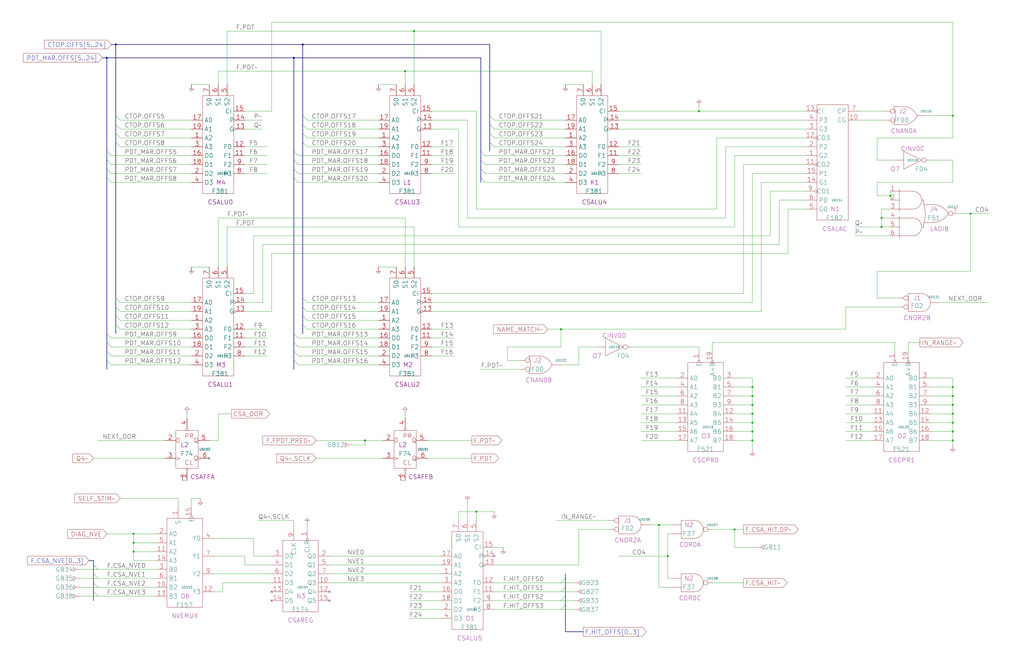
<source format=kicad_sch>
(kicad_sch (version 20250114) (generator "eeschema") (generator_version "9.0")
  (paper "User" 584.2 378.46)
  (title_block (title "CSA OFFSET COMPARE") (date "20-MAR-90") (rev "1.0") (comment 1 "FIU") (comment 2 "232-003065") (comment 3 "S400") (comment 4 "RELEASED"))
  (junction (at 271.78 292.1))
  (junction (at 236.22 17.78))
  (junction (at 553.72 121.92))
  (junction (at 543.56 220.98))
  (junction (at 76.2 314.96))
  (junction (at 543.56 251.46))
  (junction (at 429.26 226.06))
  (junction (at 429.26 231.14))
  (junction (at 502.92 129.54))
  (junction (at 543.56 226.06))
  (junction (at 429.26 241.3))
  (junction (at 419.1 302.26))
  (junction (at 429.26 220.98))
  (junction (at 543.56 231.14))
  (junction (at 381 317.5))
  (junction (at 508 111.76))
  (junction (at 502.92 124.46))
  (junction (at 172.72 25.4))
  (junction (at 429.26 246.38))
  (junction (at 543.56 241.3))
  (junction (at 543.56 236.22))
  (junction (at 320.04 187.96))
  (junction (at 375.92 299.72))
  (junction (at 543.56 246.38))
  (junction (at 398.78 63.5))
  (junction (at 429.26 236.22))
  (junction (at 208.28 251.46))
  (junction (at 167.64 33.02))
  (junction (at 231.14 40.64))
  (junction (at 76.2 304.8))
  (junction (at 76.2 309.88))
  (junction (at 66.04 25.4))
  (junction (at 60.96 33.02))
  (junction (at 543.56 66.04))
  (junction (at 429.26 251.46))
  (no_connect (at 187.96 337.82))
  (no_connect (at 281.94 317.5))
  (no_connect (at 154.94 342.9))
  (no_connect (at 154.94 337.82))
  (no_connect (at 119.38 261.62))
  (no_connect (at 187.96 342.9))
  (bus_entry (at 60.96 190.5) (size 2.54 2.54))
  (bus_entry (at 172.72 185.42) (size 2.54 2.54))
  (bus_entry (at 60.96 86.36) (size 2.54 2.54))
  (bus_entry (at 172.72 175.26) (size 2.54 2.54))
  (bus_entry (at 172.72 81.28) (size 2.54 2.54))
  (bus_entry (at 66.04 71.12) (size 2.54 2.54))
  (bus_entry (at 274.32 91.44) (size 2.54 2.54))
  (bus_entry (at 274.32 96.52) (size 2.54 2.54))
  (bus_entry (at 167.64 205.74) (size 2.54 2.54))
  (bus_entry (at 322.58 340.36) (size -2.54 2.54))
  (bus_entry (at 167.64 190.5) (size 2.54 2.54))
  (bus_entry (at 274.32 86.36) (size 2.54 2.54))
  (bus_entry (at 167.64 101.6) (size 2.54 2.54))
  (bus_entry (at 322.58 335.28) (size -2.54 2.54))
  (bus_entry (at 172.72 71.12) (size 2.54 2.54))
  (bus_entry (at 60.96 200.66) (size 2.54 2.54))
  (bus_entry (at 167.64 195.58) (size 2.54 2.54))
  (bus_entry (at 60.96 195.58) (size 2.54 2.54))
  (bus_entry (at 66.04 66.04) (size 2.54 2.54))
  (bus_entry (at 53.34 322.58) (size 2.54 2.54))
  (bus_entry (at 172.72 170.18) (size 2.54 2.54))
  (bus_entry (at 66.04 81.28) (size 2.54 2.54))
  (bus_entry (at 172.72 180.34) (size 2.54 2.54))
  (bus_entry (at 167.64 91.44) (size 2.54 2.54))
  (bus_entry (at 167.64 86.36) (size 2.54 2.54))
  (bus_entry (at 66.04 76.2) (size 2.54 2.54))
  (bus_entry (at 167.64 200.66) (size 2.54 2.54))
  (bus_entry (at 167.64 96.52) (size 2.54 2.54))
  (bus_entry (at 53.34 337.82) (size 2.54 2.54))
  (bus_entry (at 172.72 66.04) (size 2.54 2.54))
  (bus_entry (at 322.58 345.44) (size -2.54 2.54))
  (bus_entry (at 66.04 175.26) (size 2.54 2.54))
  (bus_entry (at 60.96 101.6) (size 2.54 2.54))
  (bus_entry (at 66.04 170.18) (size 2.54 2.54))
  (bus_entry (at 279.4 76.2) (size 2.54 2.54))
  (bus_entry (at 53.34 332.74) (size 2.54 2.54))
  (bus_entry (at 66.04 180.34) (size 2.54 2.54))
  (bus_entry (at 172.72 76.2) (size 2.54 2.54))
  (bus_entry (at 279.4 71.12) (size 2.54 2.54))
  (bus_entry (at 274.32 101.6) (size 2.54 2.54))
  (bus_entry (at 279.4 81.28) (size 2.54 2.54))
  (bus_entry (at 279.4 66.04) (size 2.54 2.54))
  (bus_entry (at 60.96 91.44) (size 2.54 2.54))
  (bus_entry (at 53.34 327.66) (size 2.54 2.54))
  (bus_entry (at 60.96 96.52) (size 2.54 2.54))
  (bus_entry (at 66.04 185.42) (size 2.54 2.54))
  (bus_entry (at 60.96 205.74) (size 2.54 2.54))
  (bus_entry (at 322.58 330.2) (size -2.54 2.54))
  (wire (pts (xy 119.38 251.46) (xy 124.46 251.46)))
  (wire (pts (xy 365.76 226.06) (xy 386.08 226.06)))
  (wire (pts (xy 281.94 78.74) (xy 322.58 78.74)))
  (wire (pts (xy 246.38 193.04) (xy 259.08 193.04)))
  (wire (pts (xy 139.7 83.82) (xy 152.4 83.82)))
  (bus (pts (xy 66.04 81.28) (xy 66.04 170.18)))
  (wire (pts (xy 502.92 124.46) (xy 502.92 129.54)))
  (wire (pts (xy 45.72 330.2) (xy 55.88 330.2)))
  (wire (pts (xy 322.58 48.26) (xy 332.74 48.26)))
  (bus (pts (xy 167.64 200.66) (xy 167.64 205.74)))
  (wire (pts (xy 502.92 124.46) (xy 508 124.46)))
  (bus (pts (xy 322.58 327.66) (xy 322.58 330.2)))
  (wire (pts (xy 274.32 210.82) (xy 297.18 210.82)))
  (wire (pts (xy 406.4 302.26) (xy 419.1 302.26)))
  (wire (pts (xy 63.5 193.04) (xy 109.22 193.04)))
  (wire (pts (xy 419.1 215.9) (xy 429.26 215.9)))
  (wire (pts (xy 180.34 261.62) (xy 218.44 261.62)))
  (wire (pts (xy 353.06 88.9) (xy 365.76 88.9)))
  (wire (pts (xy 124.46 236.22) (xy 132.08 236.22)))
  (wire (pts (xy 530.86 231.14) (xy 543.56 231.14)))
  (wire (pts (xy 502.92 119.38) (xy 502.92 124.46)))
  (wire (pts (xy 154.94 144.78) (xy 154.94 177.8)))
  (bus (pts (xy 53.34 320.04) (xy 53.34 322.58)))
  (wire (pts (xy 76.2 314.96) (xy 88.9 314.96)))
  (wire (pts (xy 508 119.38) (xy 502.92 119.38)))
  (wire (pts (xy 266.7 68.58) (xy 246.38 68.58)))
  (wire (pts (xy 104.14 274.32) (xy 106.68 274.32)))
  (wire (pts (xy 381 330.2) (xy 381 317.5)))
  (wire (pts (xy 243.84 261.62) (xy 269.24 261.62)))
  (wire (pts (xy 320.04 347.98) (xy 327.66 347.98)))
  (wire (pts (xy 353.06 68.58) (xy 459.74 68.58)))
  (wire (pts (xy 320.04 208.28) (xy 330.2 208.28)))
  (wire (pts (xy 419.1 246.38) (xy 429.26 246.38)))
  (wire (pts (xy 246.38 198.12) (xy 259.08 198.12)))
  (wire (pts (xy 154.94 63.5) (xy 154.94 12.7)))
  (wire (pts (xy 353.06 99.06) (xy 365.76 99.06)))
  (wire (pts (xy 543.56 104.14) (xy 500.38 104.14)))
  (wire (pts (xy 68.58 284.48) (xy 101.6 284.48)))
  (wire (pts (xy 419.1 251.46) (xy 429.26 251.46)))
  (wire (pts (xy 419.1 302.26) (xy 424.18 302.26)))
  (bus (pts (xy 53.34 332.74) (xy 53.34 337.82)))
  (wire (pts (xy 63.5 99.06) (xy 109.22 99.06)))
  (wire (pts (xy 535.94 172.72) (xy 563.88 172.72)))
  (wire (pts (xy 139.7 99.06) (xy 152.4 99.06)))
  (wire (pts (xy 233.68 347.98) (xy 251.46 347.98)))
  (wire (pts (xy 419.1 231.14) (xy 429.26 231.14)))
  (wire (pts (xy 246.38 187.96) (xy 259.08 187.96)))
  (bus (pts (xy 172.72 185.42) (xy 172.72 190.5)))
  (wire (pts (xy 419.1 88.9) (xy 419.1 129.54)))
  (wire (pts (xy 398.78 60.96) (xy 398.78 63.5)))
  (wire (pts (xy 375.92 299.72) (xy 383.54 299.72)))
  (wire (pts (xy 63.5 208.28) (xy 109.22 208.28)))
  (wire (pts (xy 231.14 40.64) (xy 124.46 40.64)))
  (wire (pts (xy 231.14 124.46) (xy 124.46 124.46)))
  (wire (pts (xy 170.18 193.04) (xy 215.9 193.04)))
  (wire (pts (xy 459.74 93.98) (xy 424.18 93.98)))
  (wire (pts (xy 175.26 73.66) (xy 215.9 73.66)))
  (wire (pts (xy 139.7 187.96) (xy 152.4 187.96)))
  (wire (pts (xy 68.58 177.8) (xy 109.22 177.8)))
  (bus (pts (xy 167.64 96.52) (xy 167.64 101.6)))
  (wire (pts (xy 419.1 226.06) (xy 429.26 226.06)))
  (wire (pts (xy 147.32 297.18) (xy 167.64 297.18)))
  (bus (pts (xy 167.64 33.02) (xy 60.96 33.02)))
  (wire (pts (xy 500.38 78.74) (xy 543.56 78.74)))
  (wire (pts (xy 139.7 93.98) (xy 152.4 93.98)))
  (wire (pts (xy 444.5 139.7) (xy 149.86 139.7)))
  (wire (pts (xy 500.38 104.14) (xy 500.38 111.76)))
  (wire (pts (xy 149.86 172.72) (xy 139.7 172.72)))
  (wire (pts (xy 459.74 104.14) (xy 434.34 104.14)))
  (wire (pts (xy 449.58 119.38) (xy 449.58 144.78)))
  (wire (pts (xy 276.86 93.98) (xy 322.58 93.98)))
  (wire (pts (xy 487.68 134.62) (xy 508 134.62)))
  (wire (pts (xy 353.06 317.5) (xy 381 317.5)))
  (wire (pts (xy 63.5 88.9) (xy 109.22 88.9)))
  (wire (pts (xy 175.26 182.88) (xy 215.9 182.88)))
  (wire (pts (xy 139.7 68.58) (xy 149.86 68.58)))
  (wire (pts (xy 513.08 170.18) (xy 500.38 170.18)))
  (wire (pts (xy 175.26 187.96) (xy 215.9 187.96)))
  (wire (pts (xy 144.78 317.5) (xy 144.78 307.34)))
  (wire (pts (xy 281.94 347.98) (xy 320.04 347.98)))
  (wire (pts (xy 365.76 231.14) (xy 386.08 231.14)))
  (wire (pts (xy 487.68 129.54) (xy 502.92 129.54)))
  (bus (pts (xy 172.72 81.28) (xy 172.72 170.18)))
  (wire (pts (xy 200.66 254) (xy 208.28 254)))
  (wire (pts (xy 459.74 78.74) (xy 408.94 78.74)))
  (bus (pts (xy 66.04 170.18) (xy 66.04 175.26)))
  (wire (pts (xy 187.96 317.5) (xy 251.46 317.5)))
  (bus (pts (xy 63.5 25.4) (xy 66.04 25.4)))
  (wire (pts (xy 233.68 353.06) (xy 251.46 353.06)))
  (wire (pts (xy 68.58 68.58) (xy 109.22 68.58)))
  (wire (pts (xy 139.7 193.04) (xy 152.4 193.04)))
  (wire (pts (xy 439.42 134.62) (xy 144.78 134.62)))
  (wire (pts (xy 370.84 299.72) (xy 375.92 299.72)))
  (wire (pts (xy 419.1 129.54) (xy 261.62 129.54)))
  (wire (pts (xy 434.34 104.14) (xy 434.34 177.8)))
  (wire (pts (xy 320.04 332.74) (xy 327.66 332.74)))
  (wire (pts (xy 429.26 241.3) (xy 429.26 246.38)))
  (wire (pts (xy 139.7 73.66) (xy 149.86 73.66)))
  (bus (pts (xy 167.64 91.44) (xy 167.64 96.52)))
  (bus (pts (xy 172.72 25.4) (xy 66.04 25.4)))
  (wire (pts (xy 231.14 152.4) (xy 231.14 124.46)))
  (wire (pts (xy 414.02 83.82) (xy 414.02 124.46)))
  (wire (pts (xy 276.86 88.9) (xy 322.58 88.9)))
  (wire (pts (xy 360.68 198.12) (xy 398.78 198.12)))
  (wire (pts (xy 233.68 337.82) (xy 251.46 337.82)))
  (wire (pts (xy 482.6 226.06) (xy 497.84 226.06)))
  (wire (pts (xy 215.9 48.26) (xy 226.06 48.26)))
  (wire (pts (xy 317.5 297.18) (xy 347.98 297.18)))
  (wire (pts (xy 170.18 88.9) (xy 215.9 88.9)))
  (wire (pts (xy 459.74 114.3) (xy 444.5 114.3)))
  (wire (pts (xy 45.72 335.28) (xy 55.88 335.28)))
  (bus (pts (xy 53.34 322.58) (xy 53.34 327.66)))
  (wire (pts (xy 76.2 304.8) (xy 88.9 304.8)))
  (wire (pts (xy 236.22 17.78) (xy 236.22 48.26)))
  (wire (pts (xy 543.56 12.7) (xy 543.56 66.04)))
  (bus (pts (xy 58.42 33.02) (xy 60.96 33.02)))
  (wire (pts (xy 144.78 167.64) (xy 139.7 167.64)))
  (bus (pts (xy 274.32 91.44) (xy 274.32 96.52)))
  (bus (pts (xy 60.96 96.52) (xy 60.96 101.6)))
  (wire (pts (xy 543.56 231.14) (xy 543.56 236.22)))
  (bus (pts (xy 60.96 195.58) (xy 60.96 200.66)))
  (wire (pts (xy 154.94 332.74) (xy 127 332.74)))
  (wire (pts (xy 330.2 198.12) (xy 330.2 208.28)))
  (wire (pts (xy 340.36 198.12) (xy 330.2 198.12)))
  (wire (pts (xy 500.38 111.76) (xy 508 111.76)))
  (wire (pts (xy 508 111.76) (xy 508 114.3)))
  (bus (pts (xy 60.96 91.44) (xy 60.96 96.52)))
  (wire (pts (xy 419.1 312.42) (xy 419.1 302.26)))
  (bus (pts (xy 274.32 86.36) (xy 274.32 91.44)))
  (wire (pts (xy 76.2 314.96) (xy 76.2 309.88)))
  (wire (pts (xy 187.96 327.66) (xy 251.46 327.66)))
  (wire (pts (xy 459.74 119.38) (xy 449.58 119.38)))
  (wire (pts (xy 528.32 66.04) (xy 543.56 66.04)))
  (wire (pts (xy 353.06 83.82) (xy 365.76 83.82)))
  (wire (pts (xy 429.26 99.06) (xy 429.26 172.72)))
  (wire (pts (xy 271.78 63.5) (xy 246.38 63.5)))
  (bus (pts (xy 60.96 205.74) (xy 60.96 210.82)))
  (wire (pts (xy 353.06 73.66) (xy 459.74 73.66)))
  (wire (pts (xy 68.58 172.72) (xy 109.22 172.72)))
  (wire (pts (xy 170.18 208.28) (xy 215.9 208.28)))
  (bus (pts (xy 167.64 205.74) (xy 167.64 210.82)))
  (wire (pts (xy 342.9 48.26) (xy 342.9 17.78)))
  (wire (pts (xy 281.94 68.58) (xy 322.58 68.58)))
  (wire (pts (xy 243.84 251.46) (xy 269.24 251.46)))
  (bus (pts (xy 66.04 66.04) (xy 66.04 71.12)))
  (wire (pts (xy 429.26 172.72) (xy 246.38 172.72)))
  (wire (pts (xy 276.86 99.06) (xy 322.58 99.06)))
  (bus (pts (xy 66.04 71.12) (xy 66.04 76.2)))
  (wire (pts (xy 429.26 251.46) (xy 429.26 256.54)))
  (bus (pts (xy 274.32 96.52) (xy 274.32 101.6)))
  (wire (pts (xy 482.6 236.22) (xy 497.84 236.22)))
  (wire (pts (xy 88.9 320.04) (xy 76.2 320.04)))
  (wire (pts (xy 431.8 312.42) (xy 419.1 312.42)))
  (wire (pts (xy 124.46 40.64) (xy 124.46 48.26)))
  (wire (pts (xy 231.14 236.22) (xy 231.14 238.76)))
  (wire (pts (xy 187.96 322.58) (xy 251.46 322.58)))
  (wire (pts (xy 228.6 274.32) (xy 231.14 274.32)))
  (wire (pts (xy 429.26 215.9) (xy 429.26 220.98)))
  (wire (pts (xy 63.5 203.2) (xy 109.22 203.2)))
  (wire (pts (xy 530.86 220.98) (xy 543.56 220.98)))
  (bus (pts (xy 172.72 180.34) (xy 172.72 185.42)))
  (wire (pts (xy 175.26 68.58) (xy 215.9 68.58)))
  (wire (pts (xy 170.18 198.12) (xy 215.9 198.12)))
  (wire (pts (xy 365.76 236.22) (xy 386.08 236.22)))
  (wire (pts (xy 482.6 175.26) (xy 482.6 187.96)))
  (wire (pts (xy 508 111.76) (xy 508 109.22)))
  (wire (pts (xy 101.6 289.56) (xy 101.6 284.48)))
  (bus (pts (xy 279.4 25.4) (xy 172.72 25.4)))
  (wire (pts (xy 375.92 335.28) (xy 375.92 299.72)))
  (wire (pts (xy 419.1 236.22) (xy 429.26 236.22)))
  (wire (pts (xy 175.26 83.82) (xy 215.9 83.82)))
  (wire (pts (xy 76.2 309.88) (xy 76.2 304.8)))
  (wire (pts (xy 129.54 17.78) (xy 129.54 48.26)))
  (wire (pts (xy 281.94 342.9) (xy 320.04 342.9)))
  (wire (pts (xy 337.82 40.64) (xy 231.14 40.64)))
  (wire (pts (xy 459.74 99.06) (xy 429.26 99.06)))
  (bus (pts (xy 279.4 71.12) (xy 279.4 76.2)))
  (bus (pts (xy 322.58 335.28) (xy 322.58 340.36)))
  (wire (pts (xy 167.64 302.26) (xy 167.64 297.18)))
  (bus (pts (xy 172.72 175.26) (xy 172.72 180.34)))
  (bus (pts (xy 279.4 66.04) (xy 279.4 71.12)))
  (bus (pts (xy 167.64 190.5) (xy 167.64 195.58)))
  (wire (pts (xy 518.16 200.66) (xy 518.16 195.58)))
  (wire (pts (xy 414.02 124.46) (xy 266.7 124.46)))
  (wire (pts (xy 231.14 40.64) (xy 231.14 48.26)))
  (wire (pts (xy 543.56 215.9) (xy 543.56 220.98)))
  (wire (pts (xy 208.28 254) (xy 208.28 251.46)))
  (wire (pts (xy 144.78 134.62) (xy 144.78 167.64)))
  (wire (pts (xy 424.18 167.64) (xy 246.38 167.64)))
  (wire (pts (xy 271.78 292.1) (xy 281.94 292.1)))
  (wire (pts (xy 55.88 330.2) (xy 88.9 330.2)))
  (wire (pts (xy 281.94 312.42) (xy 287.02 312.42)))
  (wire (pts (xy 530.86 236.22) (xy 543.56 236.22)))
  (bus (pts (xy 60.96 200.66) (xy 60.96 205.74)))
  (bus (pts (xy 172.72 71.12) (xy 172.72 76.2)))
  (wire (pts (xy 353.06 93.98) (xy 365.76 93.98)))
  (wire (pts (xy 124.46 124.46) (xy 124.46 152.4)))
  (wire (pts (xy 553.72 121.92) (xy 563.88 121.92)))
  (wire (pts (xy 429.26 220.98) (xy 429.26 226.06)))
  (bus (pts (xy 322.58 345.44) (xy 322.58 360.68)))
  (wire (pts (xy 246.38 93.98) (xy 259.08 93.98)))
  (wire (pts (xy 320.04 342.9) (xy 327.66 342.9)))
  (wire (pts (xy 55.88 335.28) (xy 88.9 335.28)))
  (wire (pts (xy 170.18 203.2) (xy 215.9 203.2)))
  (wire (pts (xy 406.4 195.58) (xy 510.54 195.58)))
  (wire (pts (xy 297.18 205.74) (xy 289.56 205.74)))
  (wire (pts (xy 543.56 91.44) (xy 543.56 104.14)))
  (wire (pts (xy 271.78 292.1) (xy 271.78 297.18)))
  (wire (pts (xy 139.7 322.58) (xy 139.7 317.5)))
  (wire (pts (xy 500.38 91.44) (xy 500.38 78.74)))
  (bus (pts (xy 66.04 180.34) (xy 66.04 185.42)))
  (wire (pts (xy 365.76 220.98) (xy 386.08 220.98)))
  (wire (pts (xy 449.58 144.78) (xy 154.94 144.78)))
  (wire (pts (xy 482.6 187.96) (xy 320.04 187.96)))
  (wire (pts (xy 63.5 104.14) (xy 109.22 104.14)))
  (wire (pts (xy 149.86 139.7) (xy 149.86 172.72)))
  (wire (pts (xy 330.2 302.26) (xy 347.98 302.26)))
  (wire (pts (xy 289.56 198.12) (xy 320.04 198.12)))
  (wire (pts (xy 482.6 246.38) (xy 497.84 246.38)))
  (wire (pts (xy 365.76 251.46) (xy 386.08 251.46)))
  (bus (pts (xy 167.64 101.6) (xy 167.64 190.5)))
  (wire (pts (xy 482.6 215.9) (xy 497.84 215.9)))
  (wire (pts (xy 68.58 73.66) (xy 109.22 73.66)))
  (wire (pts (xy 513.08 175.26) (xy 482.6 175.26)))
  (wire (pts (xy 236.22 129.54) (xy 129.54 129.54)))
  (wire (pts (xy 180.34 251.46) (xy 208.28 251.46)))
  (wire (pts (xy 154.94 317.5) (xy 144.78 317.5)))
  (wire (pts (xy 459.74 88.9) (xy 419.1 88.9)))
  (wire (pts (xy 543.56 251.46) (xy 543.56 254)))
  (wire (pts (xy 289.56 205.74) (xy 289.56 198.12)))
  (wire (pts (xy 406.4 332.74) (xy 424.18 332.74)))
  (wire (pts (xy 236.22 17.78) (xy 129.54 17.78)))
  (wire (pts (xy 543.56 220.98) (xy 543.56 226.06)))
  (wire (pts (xy 553.72 154.94) (xy 553.72 121.92)))
  (wire (pts (xy 518.16 195.58) (xy 525.78 195.58)))
  (wire (pts (xy 76.2 320.04) (xy 76.2 314.96)))
  (wire (pts (xy 175.26 172.72) (xy 215.9 172.72)))
  (wire (pts (xy 444.5 114.3) (xy 444.5 139.7)))
  (wire (pts (xy 261.62 73.66) (xy 246.38 73.66)))
  (bus (pts (xy 66.04 76.2) (xy 66.04 81.28)))
  (bus (pts (xy 60.96 101.6) (xy 60.96 190.5)))
  (bus (pts (xy 60.96 86.36) (xy 60.96 91.44)))
  (bus (pts (xy 172.72 76.2) (xy 172.72 81.28)))
  (wire (pts (xy 170.18 99.06) (xy 215.9 99.06)))
  (bus (pts (xy 322.58 360.68) (xy 332.74 360.68)))
  (bus (pts (xy 60.96 33.02) (xy 60.96 86.36)))
  (bus (pts (xy 322.58 340.36) (xy 322.58 345.44)))
  (wire (pts (xy 337.82 48.26) (xy 337.82 40.64)))
  (wire (pts (xy 261.62 129.54) (xy 261.62 73.66)))
  (wire (pts (xy 408.94 78.74) (xy 408.94 119.38)))
  (wire (pts (xy 53.34 261.62) (xy 93.98 261.62)))
  (wire (pts (xy 530.86 246.38) (xy 543.56 246.38)))
  (bus (pts (xy 167.64 195.58) (xy 167.64 200.66)))
  (wire (pts (xy 429.26 231.14) (xy 429.26 236.22)))
  (wire (pts (xy 320.04 198.12) (xy 320.04 187.96)))
  (wire (pts (xy 281.94 332.74) (xy 320.04 332.74)))
  (wire (pts (xy 530.86 215.9) (xy 543.56 215.9)))
  (wire (pts (xy 510.54 91.44) (xy 500.38 91.44)))
  (wire (pts (xy 121.92 327.66) (xy 154.94 327.66)))
  (wire (pts (xy 320.04 187.96) (xy 312.42 187.96)))
  (wire (pts (xy 330.2 322.58) (xy 330.2 302.26)))
  (wire (pts (xy 55.88 251.46) (xy 93.98 251.46)))
  (wire (pts (xy 60.96 304.8) (xy 76.2 304.8)))
  (wire (pts (xy 530.86 241.3) (xy 543.56 241.3)))
  (wire (pts (xy 271.78 119.38) (xy 271.78 63.5)))
  (wire (pts (xy 106.68 236.22) (xy 106.68 238.76)))
  (wire (pts (xy 68.58 78.74) (xy 109.22 78.74)))
  (wire (pts (xy 109.22 152.4) (xy 119.38 152.4)))
  (wire (pts (xy 419.1 220.98) (xy 429.26 220.98)))
  (wire (pts (xy 424.18 93.98) (xy 424.18 167.64)))
  (wire (pts (xy 482.6 231.14) (xy 497.84 231.14)))
  (wire (pts (xy 429.26 246.38) (xy 429.26 251.46)))
  (bus (pts (xy 274.32 33.02) (xy 167.64 33.02)))
  (bus (pts (xy 274.32 33.02) (xy 274.32 86.36)))
  (wire (pts (xy 76.2 309.88) (xy 88.9 309.88)))
  (wire (pts (xy 490.22 63.5) (xy 505.46 63.5)))
  (wire (pts (xy 154.94 12.7) (xy 543.56 12.7)))
  (wire (pts (xy 129.54 129.54) (xy 129.54 152.4)))
  (wire (pts (xy 530.86 251.46) (xy 543.56 251.46)))
  (wire (pts (xy 281.94 337.82) (xy 320.04 337.82)))
  (wire (pts (xy 381 317.5) (xy 381 304.8)))
  (bus (pts (xy 66.04 25.4) (xy 66.04 66.04)))
  (wire (pts (xy 154.94 177.8) (xy 139.7 177.8)))
  (wire (pts (xy 342.9 17.78) (xy 236.22 17.78)))
  (wire (pts (xy 490.22 68.58) (xy 505.46 68.58)))
  (wire (pts (xy 63.5 93.98) (xy 109.22 93.98)))
  (wire (pts (xy 543.56 241.3) (xy 543.56 246.38)))
  (wire (pts (xy 482.6 220.98) (xy 497.84 220.98)))
  (bus (pts (xy 167.64 86.36) (xy 167.64 91.44)))
  (wire (pts (xy 281.94 322.58) (xy 330.2 322.58)))
  (wire (pts (xy 261.62 297.18) (xy 261.62 292.1)))
  (wire (pts (xy 45.72 325.12) (xy 55.88 325.12)))
  (wire (pts (xy 139.7 317.5) (xy 121.92 317.5)))
  (wire (pts (xy 175.26 299.72) (xy 175.26 302.26)))
  (wire (pts (xy 543.56 246.38) (xy 543.56 251.46)))
  (bus (pts (xy 60.96 190.5) (xy 60.96 195.58)))
  (wire (pts (xy 408.94 119.38) (xy 271.78 119.38)))
  (wire (pts (xy 139.7 198.12) (xy 152.4 198.12)))
  (wire (pts (xy 543.56 66.04) (xy 543.56 78.74)))
  (wire (pts (xy 398.78 63.5) (xy 459.74 63.5)))
  (wire (pts (xy 383.54 335.28) (xy 375.92 335.28)))
  (wire (pts (xy 215.9 152.4) (xy 226.06 152.4)))
  (bus (pts (xy 322.58 330.2) (xy 322.58 335.28)))
  (wire (pts (xy 55.88 340.36) (xy 88.9 340.36)))
  (wire (pts (xy 383.54 330.2) (xy 381 330.2)))
  (bus (pts (xy 53.34 337.82) (xy 53.34 342.9)))
  (wire (pts (xy 127 337.82) (xy 121.92 337.82)))
  (wire (pts (xy 139.7 63.5) (xy 154.94 63.5)))
  (wire (pts (xy 530.86 226.06) (xy 543.56 226.06)))
  (wire (pts (xy 543.56 236.22) (xy 543.56 241.3)))
  (wire (pts (xy 353.06 63.5) (xy 398.78 63.5)))
  (wire (pts (xy 55.88 325.12) (xy 88.9 325.12)))
  (wire (pts (xy 266.7 287.02) (xy 266.7 297.18)))
  (wire (pts (xy 127 332.74) (xy 127 337.82)))
  (wire (pts (xy 246.38 83.82) (xy 259.08 83.82)))
  (wire (pts (xy 434.34 177.8) (xy 246.38 177.8)))
  (wire (pts (xy 175.26 78.74) (xy 215.9 78.74)))
  (wire (pts (xy 144.78 307.34) (xy 121.92 307.34)))
  (wire (pts (xy 170.18 93.98) (xy 215.9 93.98)))
  (wire (pts (xy 281.94 73.66) (xy 322.58 73.66)))
  (wire (pts (xy 246.38 88.9) (xy 259.08 88.9)))
  (bus (pts (xy 172.72 170.18) (xy 172.72 175.26)))
  (wire (pts (xy 68.58 187.96) (xy 109.22 187.96)))
  (wire (pts (xy 68.58 182.88) (xy 109.22 182.88)))
  (bus (pts (xy 50.8 320.04) (xy 53.34 320.04)))
  (bus (pts (xy 279.4 81.28) (xy 279.4 86.36)))
  (wire (pts (xy 530.86 91.44) (xy 543.56 91.44)))
  (bus (pts (xy 279.4 76.2) (xy 279.4 81.28)))
  (bus (pts (xy 66.04 185.42) (xy 66.04 190.5)))
  (wire (pts (xy 500.38 170.18) (xy 500.38 154.94)))
  (bus (pts (xy 53.34 327.66) (xy 53.34 332.74)))
  (wire (pts (xy 266.7 124.46) (xy 266.7 68.58)))
  (wire (pts (xy 419.1 241.3) (xy 429.26 241.3)))
  (wire (pts (xy 139.7 203.2) (xy 152.4 203.2)))
  (wire (pts (xy 233.68 342.9) (xy 251.46 342.9)))
  (wire (pts (xy 429.26 226.06) (xy 429.26 231.14)))
  (wire (pts (xy 63.5 198.12) (xy 109.22 198.12)))
  (wire (pts (xy 429.26 236.22) (xy 429.26 241.3)))
  (wire (pts (xy 459.74 109.22) (xy 439.42 109.22)))
  (wire (pts (xy 170.18 104.14) (xy 215.9 104.14)))
  (wire (pts (xy 398.78 198.12) (xy 398.78 200.66)))
  (wire (pts (xy 109.22 48.26) (xy 119.38 48.26)))
  (wire (pts (xy 175.26 177.8) (xy 215.9 177.8)))
  (wire (pts (xy 500.38 154.94) (xy 553.72 154.94)))
  (bus (pts (xy 167.64 33.02) (xy 167.64 86.36)))
  (wire (pts (xy 482.6 241.3) (xy 497.84 241.3)))
  (bus (pts (xy 279.4 25.4) (xy 279.4 66.04)))
  (wire (pts (xy 543.56 226.06) (xy 543.56 231.14)))
  (wire (pts (xy 109.22 289.56) (xy 109.22 284.48)))
  (wire (pts (xy 459.74 83.82) (xy 414.02 83.82)))
  (wire (pts (xy 502.92 129.54) (xy 508 129.54)))
  (bus (pts (xy 66.04 175.26) (xy 66.04 180.34)))
  (wire (pts (xy 482.6 251.46) (xy 497.84 251.46)))
  (wire (pts (xy 208.28 251.46) (xy 218.44 251.46)))
  (wire (pts (xy 365.76 215.9) (xy 386.08 215.9)))
  (wire (pts (xy 510.54 195.58) (xy 510.54 200.66)))
  (wire (pts (xy 139.7 88.9) (xy 152.4 88.9)))
  (wire (pts (xy 546.1 121.92) (xy 553.72 121.92)))
  (bus (pts (xy 274.32 101.6) (xy 274.32 104.14)))
  (wire (pts (xy 281.94 83.82) (xy 322.58 83.82)))
  (wire (pts (xy 109.22 284.48) (xy 114.3 284.48)))
  (wire (pts (xy 406.4 200.66) (xy 406.4 195.58)))
  (wire (pts (xy 261.62 292.1) (xy 271.78 292.1)))
  (wire (pts (xy 154.94 322.58) (xy 139.7 322.58)))
  (wire (pts (xy 439.42 109.22) (xy 439.42 134.62)))
  (wire (pts (xy 246.38 99.06) (xy 259.08 99.06)))
  (wire (pts (xy 276.86 104.14) (xy 322.58 104.14)))
  (wire (pts (xy 45.72 340.36) (xy 55.88 340.36)))
  (wire (pts (xy 246.38 203.2) (xy 259.08 203.2)))
  (bus (pts (xy 172.72 25.4) (xy 172.72 66.04)))
  (wire (pts (xy 68.58 83.82) (xy 109.22 83.82)))
  (wire (pts (xy 236.22 152.4) (xy 236.22 129.54)))
  (wire (pts (xy 365.76 241.3) (xy 386.08 241.3)))
  (wire (pts (xy 124.46 251.46) (xy 124.46 236.22)))
  (bus (pts (xy 172.72 66.04) (xy 172.72 71.12)))
  (wire (pts (xy 365.76 246.38) (xy 386.08 246.38)))
  (wire (pts (xy 320.04 337.82) (xy 327.66 337.82)))
  (wire (pts (xy 381 304.8) (xy 383.54 304.8)))
  (wire (pts (xy 187.96 332.74) (xy 251.46 332.74)))
  (label "F20" (at 251.46 99.06 0) (effects (font (size 2.54 2.54))))
  (label "PDT_MAR.OFFS19" (at 177.8 99.06 0) (effects (font (size 2.54 2.54))))
  (label "PDT_MAR.OFFS23" (at 284.48 99.06 0) (effects (font (size 2.54 2.54))))
  (label "F9" (at 485.14 236.22 0) (effects (font (size 2.54 2.54))))
  (label "F16" (at 368.3 231.14 0) (effects (font (size 2.54 2.54))))
  (label "CTOP.OFFS10" (at 71.12 177.8 0) (effects (font (size 2.54 2.54))))
  (label "CO4" (at 360.68 317.5 0) (effects (font (size 2.54 2.54))))
  (label "PDT_MAR.OFFS12" (at 71.12 208.28 0) (effects (font (size 2.54 2.54))))
  (label "F23" (at 233.68 347.98 0) (effects (font (size 2.54 2.54))))
  (label "PDT_MAR.OFFS20" (at 177.8 104.14 0) (effects (font (size 2.54 2.54))))
  (label "CTOP.OFFS8" (at 71.12 83.82 0) (effects (font (size 2.54 2.54))))
  (label "F12" (at 485.14 251.46 0) (effects (font (size 2.54 2.54))))
  (label "F.PDT~" (at 274.32 210.82 0) (effects (font (size 2.54 2.54))))
  (label "CTOP.OFFS16" (at 177.8 187.96 0) (effects (font (size 2.54 2.54))))
  (label "PDT_MAR.OFFS6" (at 71.12 93.98 0) (effects (font (size 2.54 2.54))))
  (label "CTOP.OFFS17" (at 177.8 68.58 0) (effects (font (size 2.54 2.54))))
  (label "F.PDT" (at 134.62 17.78 0) (effects (font (size 2.54 2.54))))
  (label "PDT_MAR.OFFS22" (at 284.48 93.98 0) (effects (font (size 2.54 2.54))))
  (label "PDT_MAR.OFFS24" (at 284.48 104.14 0) (effects (font (size 2.54 2.54))))
  (label "CTOP.OFFS12" (at 71.12 187.96 0) (effects (font (size 2.54 2.54))))
  (label "PDT_MAR.OFFS13" (at 177.8 193.04 0) (effects (font (size 2.54 2.54))))
  (label "NVE0" (at 198.12 317.5 0) (effects (font (size 2.54 2.54))))
  (label "CTOP.OFFS9" (at 71.12 172.72 0) (effects (font (size 2.54 2.54))))
  (label "F13" (at 368.3 215.9 0) (effects (font (size 2.54 2.54))))
  (label "F20" (at 368.3 251.46 0) (effects (font (size 2.54 2.54))))
  (label "Q~" (at 487.68 129.54 0) (effects (font (size 2.54 2.54))))
  (label "F18" (at 368.3 241.3 0) (effects (font (size 2.54 2.54))))
  (label "F.HIT_OFFS2" (at 287.02 342.9 0) (effects (font (size 2.54 2.54))))
  (label "F7" (at 142.24 93.98 0) (effects (font (size 2.54 2.54))))
  (label "F17" (at 368.3 236.22 0) (effects (font (size 2.54 2.54))))
  (label "CTOP.OFFS13" (at 177.8 172.72 0) (effects (font (size 2.54 2.54))))
  (label "PDT_MAR.OFFS7" (at 71.12 99.06 0) (effects (font (size 2.54 2.54))))
  (label "CTOP.OFFS24" (at 284.48 83.82 0) (effects (font (size 2.54 2.54))))
  (label "PDT_MAR.OFFS14" (at 177.8 198.12 0) (effects (font (size 2.54 2.54))))
  (label "F8" (at 485.14 231.14 0) (effects (font (size 2.54 2.54))))
  (label "F.CSA_NVE3" (at 60.96 340.36 0) (effects (font (size 2.54 2.54))))
  (label "NVE1" (at 198.12 322.58 0) (effects (font (size 2.54 2.54))))
  (label "CTOP.OFFS18" (at 177.8 73.66 0) (effects (font (size 2.54 2.54))))
  (label "PDT_MAR.OFFS15" (at 177.8 203.2 0) (effects (font (size 2.54 2.54))))
  (label "F.HIT_OFFS1" (at 287.02 337.82 0) (effects (font (size 2.54 2.54))))
  (label "F23" (at 358.14 93.98 0) (effects (font (size 2.54 2.54))))
  (label "F19" (at 251.46 93.98 0) (effects (font (size 2.54 2.54))))
  (label "CTOP.OFFS15" (at 177.8 182.88 0) (effects (font (size 2.54 2.54))))
  (label "F12" (at 144.78 203.2 0) (effects (font (size 2.54 2.54))))
  (label "CO4" (at 556.26 121.92 0) (effects (font (size 2.54 2.54))))
  (label "F8" (at 142.24 99.06 0) (effects (font (size 2.54 2.54))))
  (label "F.HIT_OFFS3" (at 287.02 347.98 0) (effects (font (size 2.54 2.54))))
  (label "PDT_MAR.OFFS9" (at 71.12 193.04 0) (effects (font (size 2.54 2.54))))
  (label "F6" (at 142.24 88.9 0) (effects (font (size 2.54 2.54))))
  (label "CTOP.OFFS19" (at 177.8 78.74 0) (effects (font (size 2.54 2.54))))
  (label "F11" (at 485.14 246.38 0) (effects (font (size 2.54 2.54))))
  (label "F.PDT~" (at 134.62 40.64 0) (effects (font (size 2.54 2.54))))
  (label "F21" (at 233.68 337.82 0) (effects (font (size 2.54 2.54))))
  (label "PDT_MAR.OFFS16" (at 177.8 208.28 0) (effects (font (size 2.54 2.54))))
  (label "NVE3" (at 198.12 332.74 0) (effects (font (size 2.54 2.54))))
  (label "F11" (at 144.78 198.12 0) (effects (font (size 2.54 2.54))))
  (label "F10" (at 485.14 241.3 0) (effects (font (size 2.54 2.54))))
  (label "PDT_MAR.OFFS8" (at 71.12 104.14 0) (effects (font (size 2.54 2.54))))
  (label "PDT_MAR.OFFS17" (at 177.8 88.9 0) (effects (font (size 2.54 2.54))))
  (label "F.HIT_OFFS0" (at 287.02 332.74 0) (effects (font (size 2.54 2.54))))
  (label "F5" (at 142.24 83.82 0) (effects (font (size 2.54 2.54))))
  (label "F22" (at 233.68 342.9 0) (effects (font (size 2.54 2.54))))
  (label "F.CSA_NVE0" (at 60.96 325.12 0) (effects (font (size 2.54 2.54))))
  (label "CTOP.OFFS21" (at 284.48 68.58 0) (effects (font (size 2.54 2.54))))
  (label "F9" (at 144.78 187.96 0) (effects (font (size 2.54 2.54))))
  (label "F15" (at 251.46 198.12 0) (effects (font (size 2.54 2.54))))
  (label "NVE2" (at 198.12 327.66 0) (effects (font (size 2.54 2.54))))
  (label "CTOP.OFFS11" (at 71.12 182.88 0) (effects (font (size 2.54 2.54))))
  (label "F6" (at 485.14 220.98 0) (effects (font (size 2.54 2.54))))
  (label "F13" (at 251.46 187.96 0) (effects (font (size 2.54 2.54))))
  (label "CTOP.OFFS7" (at 71.12 78.74 0) (effects (font (size 2.54 2.54))))
  (label "CTOP.OFFS20" (at 177.8 83.82 0) (effects (font (size 2.54 2.54))))
  (label "PDT_MAR.OFFS21" (at 284.48 88.9 0) (effects (font (size 2.54 2.54))))
  (label "CTOP.OFFS6" (at 71.12 73.66 0) (effects (font (size 2.54 2.54))))
  (label "F.PDT" (at 134.62 129.54 0) (effects (font (size 2.54 2.54))))
  (label "F18" (at 251.46 88.9 0) (effects (font (size 2.54 2.54))))
  (label "F5" (at 485.14 215.9 0) (effects (font (size 2.54 2.54))))
  (label "PDT_MAR.OFFS11" (at 71.12 203.2 0) (effects (font (size 2.54 2.54))))
  (label "F24" (at 233.68 353.06 0) (effects (font (size 2.54 2.54))))
  (label "F.PDT~" (at 129.54 124.46 0) (effects (font (size 2.54 2.54))))
  (label "F22" (at 358.14 88.9 0) (effects (font (size 2.54 2.54))))
  (label "PDT_MAR.OFFS10" (at 71.12 198.12 0) (effects (font (size 2.54 2.54))))
  (label "PDT_MAR.OFFS18" (at 177.8 93.98 0) (effects (font (size 2.54 2.54))))
  (label "F24" (at 358.14 99.06 0) (effects (font (size 2.54 2.54))))
  (label "F17" (at 251.46 83.82 0) (effects (font (size 2.54 2.54))))
  (label "Q~" (at 144.78 73.66 0) (effects (font (size 2.54 2.54))))
  (label "Q4~.SCLK" (at 147.32 297.18 0) (effects (font (size 2.54 2.54))))
  (label "IN_RANGE~" (at 320.04 297.18 0) (effects (font (size 2.54 2.54))))
  (label "F15" (at 368.3 226.06 0) (effects (font (size 2.54 2.54))))
  (label "F14" (at 368.3 220.98 0) (effects (font (size 2.54 2.54))))
  (label "F16" (at 251.46 203.2 0) (effects (font (size 2.54 2.54))))
  (label "PDT_MAR.OFFS5" (at 71.12 88.9 0) (effects (font (size 2.54 2.54))))
  (label "F7" (at 485.14 226.06 0) (effects (font (size 2.54 2.54))))
  (label "CTOP.OFFS23" (at 284.48 78.74 0) (effects (font (size 2.54 2.54))))
  (label "F14" (at 251.46 193.04 0) (effects (font (size 2.54 2.54))))
  (label "F.CSA_NVE2" (at 60.96 335.28 0) (effects (font (size 2.54 2.54))))
  (label "NEXT_OOR" (at 58.42 251.46 0) (effects (font (size 2.54 2.54))))
  (label "F21" (at 358.14 83.82 0) (effects (font (size 2.54 2.54))))
  (label "P~" (at 144.78 68.58 0) (effects (font (size 2.54 2.54))))
  (label "CTOP.OFFS5" (at 71.12 68.58 0) (effects (font (size 2.54 2.54))))
  (label "CTOP.OFFS22" (at 284.48 73.66 0) (effects (font (size 2.54 2.54))))
  (label "NEXT_OOR" (at 541.02 172.72 0) (effects (font (size 2.54 2.54))))
  (label "F19" (at 368.3 246.38 0) (effects (font (size 2.54 2.54))))
  (label "CTOP.OFFS14" (at 177.8 177.8 0) (effects (font (size 2.54 2.54))))
  (label "F.CSA_NVE1" (at 60.96 330.2 0) (effects (font (size 2.54 2.54))))
  (label "F10" (at 144.78 193.04 0) (effects (font (size 2.54 2.54))))
  (label "P~" (at 487.68 134.62 0) (effects (font (size 2.54 2.54))))
  (global_label "SELF_STIM~" (shape input) (at 68.58 284.48 180) (effects (font (size 2.54 2.54))) (property "Intersheetrefs" "${INTERSHEET_REFS}" (at 42.5873 284.3213 0) (effects (font (size 1.905 1.905)) (justify right))))
  (global_label "F.HIT_OFFS[0..3]" (shape output) (at 332.74 360.68 0) (effects (font (size 2.54 2.54))) (property "Intersheetrefs" "${INTERSHEET_REFS}" (at 368.7717 360.5213 0) (effects (font (size 1.905 1.905)) (justify left))))
  (global_label "NAME_MATCH~" (shape input) (at 312.42 187.96 180) (effects (font (size 2.54 2.54))) (property "Intersheetrefs" "${INTERSHEET_REFS}" (at 281.5892 187.8013 0) (effects (font (size 1.905 1.905)) (justify right))))
  (global_label "PDT_MAR.OFFS[5..24]" (shape input) (at 58.42 33.02 180) (effects (font (size 2.54 2.54))) (property "Intersheetrefs" "${INTERSHEET_REFS}" (at 13.3169 32.8613 0) (effects (font (size 1.905 1.905)) (justify right))))
  (global_label "Q4~" (shape input) (at 53.34 261.62 180) (effects (font (size 2.54 2.54))) (property "Intersheetrefs" "${INTERSHEET_REFS}" (at 41.6197 261.4613 0) (effects (font (size 1.905 1.905)) (justify right))))
  (global_label "F.PDT" (shape output) (at 269.24 261.62 0) (effects (font (size 2.54 2.54))) (property "Intersheetrefs" "${INTERSHEET_REFS}" (at 284.4679 261.4613 0) (effects (font (size 1.905 1.905)) (justify left))))
  (global_label "F.FPDT.PRED~" (shape input) (at 180.34 251.46 180) (effects (font (size 2.54 2.54))) (property "Intersheetrefs" "${INTERSHEET_REFS}" (at 149.993 251.3013 0) (effects (font (size 1.905 1.905)) (justify right))))
  (global_label "F.CSA_HIT~" (shape output) (at 424.18 332.74 0) (effects (font (size 2.54 2.54))) (property "Intersheetrefs" "${INTERSHEET_REFS}" (at 449.0841 332.5813 0) (effects (font (size 1.905 1.905)) (justify left))))
  (global_label "DIAG_NVE" (shape input) (at 60.96 304.8 180) (effects (font (size 2.54 2.54))) (property "Intersheetrefs" "${INTERSHEET_REFS}" (at 38.5959 304.6413 0) (effects (font (size 1.905 1.905)) (justify right))))
  (global_label "IN_RANGE~" (shape output) (at 524.8114 195.58 0) (effects (font (size 2.54 2.54))) (property "Intersheetrefs" "${INTERSHEET_REFS}" (at 549.4736 195.4213 0) (effects (font (size 1.905 1.905)) (justify left))))
  (global_label "F.PDT~" (shape output) (at 269.24 251.46 0) (effects (font (size 2.54 2.54))) (property "Intersheetrefs" "${INTERSHEET_REFS}" (at 286.2822 251.3013 0) (effects (font (size 1.905 1.905)) (justify left))))
  (global_label "F.CSA_NVE[0..3]" (shape input) (at 50.8 320.04 180) (effects (font (size 2.54 2.54))) (property "Intersheetrefs" "${INTERSHEET_REFS}" (at 15.7359 319.8813 0) (effects (font (size 1.905 1.905)) (justify right))))
  (global_label "CTOP.OFFS[5..24]" (shape input) (at 63.5 25.4 180) (effects (font (size 2.54 2.54))) (property "Intersheetrefs" "${INTERSHEET_REFS}" (at 25.2911 25.2413 0) (effects (font (size 1.905 1.905)) (justify right))))
  (global_label "CSA_OOR" (shape output) (at 132.08 236.22 0) (effects (font (size 2.54 2.54))) (property "Intersheetrefs" "${INTERSHEET_REFS}" (at 153.8393 236.0613 0) (effects (font (size 1.905 1.905)) (justify left))))
  (global_label "Q4~.SCLK" (shape input) (at 180.34 261.62 180) (effects (font (size 2.54 2.54))) (property "Intersheetrefs" "${INTERSHEET_REFS}" (at 157.855 261.4613 0) (effects (font (size 1.905 1.905)) (justify right))))
  (global_label "F.CSA_HIT.DP~" (shape output) (at 424.18 302.26 0) (effects (font (size 2.54 2.54))) (property "Intersheetrefs" "${INTERSHEET_REFS}" (at 455.3736 302.1013 0) (effects (font (size 1.905 1.905)) (justify left))))
  (symbol (lib_id "r1000:GB") (at 327.66 342.9 0) (unit 1)
    (property "Reference" "GB33" (at 331.47 342.9 0) (effects (font (size 2.54 2.54)) (justify left)))
    (property "Value" "GB" (effects (hide yes)))
  )
  (symbol (lib_id "r1000:F174") (at 170.18 340.36 0) (unit 1)
    (property "Reference" "U5104" (at 172.72 335.28 0))
    (property "Value" "F174" (at 166.37 347.98 0) (effects (font (size 2.54 2.54)) (justify left)))
    (property "Location" "N3" (at 168.91 340.36 0) (effects (font (size 2.54 2.54)) (justify left)))
    (property "Name" "CSAREG" (at 171.45 355.6 0) (effects (font (size 2.54 2.54)) (justify bottom)))
  )
  (symbol (lib_id "r1000:GB") (at 327.66 347.98 0) (unit 1)
    (property "Reference" "GB37" (at 331.47 347.98 0) (effects (font (size 2.54 2.54)) (justify left)))
    (property "Value" "GB" (effects (hide yes)))
  )
  (symbol (lib_id "r1000:F521") (at 401.32 248.92 0) (unit 1)
    (property "Reference" "U5119" (at 403.86 243.84 0))
    (property "Value" "F521" (at 397.51 256.54 0) (effects (font (size 2.54 2.54)) (justify left)))
    (property "Location" "O3" (at 400.05 248.92 0) (effects (font (size 2.54 2.54)) (justify left)))
    (property "Name" "CSCPR0" (at 402.59 264.16 0) (effects (font (size 2.54 2.54)) (justify bottom)))
  )
  (symbol (lib_id "r1000:PD") (at 215.9 152.4 0) (unit 1) (in_bom no)
    (property "Reference" "#PWR05113" (effects (hide yes)))
    (property "Value" "PD" (effects (hide yes)))
  )
  (symbol (lib_id "r1000:GB") (at 327.66 332.74 0) (unit 1)
    (property "Reference" "GB23" (at 331.47 332.74 0) (effects (font (size 2.54 2.54)) (justify left)))
    (property "Value" "GB" (effects (hide yes)))
  )
  (symbol (lib_id "r1000:F381") (at 124.46 104.14 0) (unit 1)
    (property "Reference" "U5109" (at 127 99.06 0))
    (property "Value" "F381" (at 120.65 109.22 0) (effects (font (size 2.54 2.54)) (justify left)))
    (property "Location" "M4" (at 123.19 104.14 0) (effects (font (size 2.54 2.54)) (justify left)))
    (property "Name" "CSALU0" (at 125.73 116.84 0) (effects (font (size 2.54 2.54)) (justify bottom)))
  )
  (symbol (lib_id "r1000:PD") (at 109.22 48.26 0) (unit 1) (in_bom no)
    (property "Reference" "#PWR05110" (effects (hide yes)))
    (property "Value" "PD" (effects (hide yes)))
  )
  (symbol (lib_id "r1000:F157") (at 104.14 340.36 0) (unit 1)
    (property "Reference" "U5103" (at 106.68 335.28 0))
    (property "Value" "F157" (at 100.33 345.44 0) (effects (font (size 2.54 2.54)) (justify left)))
    (property "Location" "O6" (at 102.87 340.36 0) (effects (font (size 2.54 2.54)) (justify left)))
    (property "Name" "NVEMUX" (at 105.41 353.06 0) (effects (font (size 2.54 2.54)) (justify bottom)))
  )
  (symbol (lib_id "r1000:F37") (at 391.16 299.72 0) (unit 1)
    (property "Reference" "U5107" (at 406.4 299.72 0))
    (property "Value" "F37" (at 393.065 304.8 0) (effects (font (size 2.54 2.54))))
    (property "Location" "N2" (at 393.065 299.72 0) (effects (font (size 2.54 2.54))))
    (property "Name" "CDR0A" (at 393.7 312.42 0) (effects (font (size 2.54 2.54)) (justify bottom)))
  )
  (symbol (lib_id "r1000:F381") (at 231.14 208.28 0) (unit 1)
    (property "Reference" "U5112" (at 233.68 203.2 0))
    (property "Value" "F381" (at 227.33 213.36 0) (effects (font (size 2.54 2.54)) (justify left)))
    (property "Location" "M2" (at 229.87 208.28 0) (effects (font (size 2.54 2.54)) (justify left)))
    (property "Name" "CSALU2" (at 232.41 220.98 0) (effects (font (size 2.54 2.54)) (justify bottom)))
  )
  (symbol (lib_id "r1000:GB") (at 45.72 325.12 0) (mirror y) (unit 1)
    (property "Reference" "GB34" (at 41.91 325.12 0) (effects (font (size 2.54 2.54)) (justify left)))
    (property "Value" "GB" (effects (hide yes)))
  )
  (symbol (lib_id "r1000:GB") (at 327.66 337.82 0) (unit 1)
    (property "Reference" "GB27" (at 331.47 337.82 0) (effects (font (size 2.54 2.54)) (justify left)))
    (property "Value" "GB" (effects (hide yes)))
  )
  (symbol (lib_id "r1000:PD") (at 109.22 152.4 0) (unit 1) (in_bom no)
    (property "Reference" "#PWR05111" (effects (hide yes)))
    (property "Value" "PD" (effects (hide yes)))
  )
  (symbol (lib_id "r1000:F381") (at 231.14 104.14 0) (unit 1)
    (property "Reference" "U5111" (at 233.68 99.06 0))
    (property "Value" "F381" (at 227.33 109.22 0) (effects (font (size 2.54 2.54)) (justify left)))
    (property "Location" "L1" (at 229.87 104.14 0) (effects (font (size 2.54 2.54)) (justify left)))
    (property "Name" "CSALU3" (at 232.41 116.84 0) (effects (font (size 2.54 2.54)) (justify bottom)))
  )
  (symbol (lib_id "r1000:F381") (at 337.82 104.14 0) (unit 1)
    (property "Reference" "U5113" (at 340.36 99.06 0))
    (property "Value" "F381" (at 334.01 109.22 0) (effects (font (size 2.54 2.54)) (justify left)))
    (property "Location" "K1" (at 336.55 104.14 0) (effects (font (size 2.54 2.54)) (justify left)))
    (property "Name" "CSALU4" (at 339.09 116.84 0) (effects (font (size 2.54 2.54)) (justify bottom)))
  )
  (symbol (lib_id "r1000:F74") (at 228.6 254 0) (unit 1)
    (property "Reference" "U5101" (at 241.3 256.54 0))
    (property "Value" "F74" (at 227.33 259.08 0) (effects (font (size 2.54 2.54)) (justify left)))
    (property "Location" "L2" (at 227.33 254 0) (effects (font (size 2.54 2.54)) (justify left)))
    (property "Name" "CSAFFB" (at 240.03 273.685 0) (effects (font (size 2.54 2.54)) (justify bottom)))
  )
  (symbol (lib_id "r1000:PD") (at 543.56 254 0) (unit 1) (in_bom no)
    (property "Reference" "#PWR05116" (effects (hide yes)))
    (property "Value" "PD" (effects (hide yes)))
  )
  (symbol (lib_id "r1000:PD") (at 287.02 312.42 0) (unit 1) (in_bom no)
    (property "Reference" "#PWR05109" (effects (hide yes)))
    (property "Value" "PD" (effects (hide yes)))
  )
  (symbol (lib_id "r1000:F74") (at 104.14 254 0) (unit 1)
    (property "Reference" "U5102" (at 116.84 256.54 0))
    (property "Value" "F74" (at 102.87 259.08 0) (effects (font (size 2.54 2.54)) (justify left)))
    (property "Location" "L2" (at 102.87 254 0) (effects (font (size 2.54 2.54)) (justify left)))
    (property "Name" "CSAFFA" (at 115.57 273.685 0) (effects (font (size 2.54 2.54)) (justify bottom)))
  )
  (symbol (lib_id "r1000:F04") (at 350.52 198.12 0) (unit 1)
    (property "Reference" "U5118" (at 350.52 198.12 0))
    (property "Value" "F04" (at 351.79 203.2 0) (effects (font (size 2.54 2.54)) (justify left)))
    (property "Location" "O7" (at 337.82 203.2 0) (effects (font (size 2.54 2.54)) (justify left)))
    (property "Name" "CINV0D" (at 350.52 193.04 0) (effects (font (size 2.54 2.54)) (justify bottom)))
  )
  (symbol (lib_id "r1000:F381") (at 266.7 353.06 0) (unit 1)
    (property "Reference" "U5105" (at 269.24 347.98 0))
    (property "Value" "F381" (at 262.89 358.14 0) (effects (font (size 2.54 2.54)) (justify left)))
    (property "Location" "O1" (at 265.43 353.06 0) (effects (font (size 2.54 2.54)) (justify left)))
    (property "Name" "CSALU5" (at 267.97 365.76 0) (effects (font (size 2.54 2.54)) (justify bottom)))
  )
  (symbol (lib_id "r1000:GB") (at 200.66 254 0) (mirror y) (unit 1)
    (property "Reference" "GB12" (at 196.85 254 0) (effects (font (size 2.54 2.54)) (justify left)))
    (property "Value" "GB" (effects (hide yes)))
  )
  (symbol (lib_id "r1000:PU") (at 266.7 287.02 0) (unit 1)
    (property "Reference" "#PWR05107" (effects (hide yes)))
    (property "Value" "PU" (effects (hide yes)))
  )
  (symbol (lib_id "r1000:F04") (at 520.7 91.44 0) (unit 1)
    (property "Reference" "U5116" (at 520.7 91.44 0))
    (property "Value" "F04" (at 521.97 96.52 0) (effects (font (size 2.54 2.54)) (justify left)))
    (property "Location" "O7" (at 508 96.52 0) (effects (font (size 2.54 2.54)) (justify left)))
    (property "Name" "CINV0C" (at 520.7 86.36 0) (effects (font (size 2.54 2.54)) (justify bottom)))
  )
  (symbol (lib_id "r1000:F182") (at 474.98 119.38 0) (unit 1)
    (property "Reference" "U5114" (at 477.52 114.3 0))
    (property "Value" "F182" (at 471.17 124.46 0) (effects (font (size 2.54 2.54)) (justify left)))
    (property "Location" "N1" (at 473.71 119.38 0) (effects (font (size 2.54 2.54)) (justify left)))
    (property "Name" "CSALAC" (at 476.25 132.08 0) (effects (font (size 2.54 2.54)) (justify bottom)))
  )
  (symbol (lib_id "r1000:GB") (at 45.72 340.36 0) (mirror y) (unit 1)
    (property "Reference" "GB38" (at 41.91 340.36 0) (effects (font (size 2.54 2.54)) (justify left)))
    (property "Value" "GB" (effects (hide yes)))
  )
  (symbol (lib_id "r1000:F02") (at 520.7 170.18 0) (unit 1) (convert 2)
    (property "Reference" "U5121" (at 532.86 169.545 0))
    (property "Value" "F02" (at 519.43 174.625 0) (effects (font (size 2.54 2.54)) (justify left)))
    (property "Location" "J1" (at 523.24 170.18 0) (effects (font (size 2.54 2.54))))
    (property "Name" "CNOR2B" (at 523.24 182.88 0) (effects (font (size 2.54 2.54)) (justify bottom)))
  )
  (symbol (lib_id "r1000:PD") (at 429.26 256.54 0) (unit 1) (in_bom no)
    (property "Reference" "#PWR05115" (effects (hide yes)))
    (property "Value" "PD" (effects (hide yes)))
  )
  (symbol (lib_id "r1000:F00") (at 513.08 63.5 0) (unit 1) (convert 2)
    (property "Reference" "U5115" (at 528.32 63.5 0))
    (property "Value" "F00" (at 514.985 68.58 0) (effects (font (size 2.54 2.54))))
    (property "Location" "J2" (at 514.985 63.5 0) (effects (font (size 2.54 2.54))))
    (property "Name" "CNAN0A" (at 515.62 76.2 0) (effects (font (size 2.54 2.54)) (justify bottom)))
  )
  (symbol (lib_id "r1000:PU") (at 104.14 274.32 0) (unit 1)
    (property "Reference" "#PWR05103" (effects (hide yes)))
    (property "Value" "PU" (effects (hide yes)))
  )
  (symbol (lib_id "r1000:F51") (at 530.86 119.38 0) (unit 1)
    (property "Reference" "U5117" (at 543.56 118.11 0))
    (property "Value" "F51" (at 532.765 124.46 0) (effects (font (size 2.54 2.54))))
    (property "Location" "J4" (at 532.765 119.38 0) (effects (font (size 2.54 2.54))))
    (property "Name" "LAOIB" (at 535.94 132.08 0) (effects (font (size 2.54 2.54)) (justify bottom)))
  )
  (symbol (lib_id "r1000:F02") (at 355.6 297.18 0) (unit 1) (convert 2)
    (property "Reference" "U5106" (at 367.76 296.545 0))
    (property "Value" "F02" (at 354.33 301.625 0) (effects (font (size 2.54 2.54)) (justify left)))
    (property "Location" "J1" (at 358.14 297.18 0) (effects (font (size 2.54 2.54))))
    (property "Name" "CNOR2A" (at 358.14 309.88 0) (effects (font (size 2.54 2.54)) (justify bottom)))
  )
  (symbol (lib_id "r1000:F00") (at 304.8 205.74 0) (unit 1) (convert 2)
    (property "Reference" "U5122" (at 320.04 205.74 0))
    (property "Value" "F00" (at 306.705 210.82 0) (effects (font (size 2.54 2.54))))
    (property "Location" "J2" (at 306.705 205.74 0) (effects (font (size 2.54 2.54))))
    (property "Name" "CNAN0B" (at 307.34 218.44 0) (effects (font (size 2.54 2.54)) (justify bottom)))
  )
  (symbol (lib_id "r1000:GB") (at 431.8 312.42 0) (unit 1)
    (property "Reference" "GB11" (at 435.61 312.42 0) (effects (font (size 2.54 2.54)) (justify left)))
    (property "Value" "GB" (effects (hide yes)))
  )
  (symbol (lib_id "r1000:PD") (at 322.58 48.26 0) (unit 1) (in_bom no)
    (property "Reference" "#PWR05114" (effects (hide yes)))
    (property "Value" "PD" (effects (hide yes)))
  )
  (symbol (lib_id "r1000:GB") (at 45.72 335.28 0) (mirror y) (unit 1)
    (property "Reference" "GB36" (at 41.91 335.28 0) (effects (font (size 2.54 2.54)) (justify left)))
    (property "Value" "GB" (effects (hide yes)))
  )
  (symbol (lib_id "r1000:PD") (at 114.3 284.48 0) (unit 1) (in_bom no)
    (property "Reference" "#PWR05105" (effects (hide yes)))
    (property "Value" "PD" (effects (hide yes)))
  )
  (symbol (lib_id "r1000:PU") (at 106.68 236.22 0) (unit 1)
    (property "Reference" "#PWR05104" (effects (hide yes)))
    (property "Value" "PU" (effects (hide yes)))
  )
  (symbol (lib_id "r1000:PU") (at 398.78 60.96 0) (unit 1)
    (property "Reference" "#PWR0183" (effects (hide yes)))
    (property "Value" "PU" (effects (hide yes)))
  )
  (symbol (lib_id "r1000:PD") (at 281.94 292.1 0) (unit 1) (in_bom no)
    (property "Reference" "#PWR05108" (effects (hide yes)))
    (property "Value" "PD" (effects (hide yes)))
  )
  (symbol (lib_id "r1000:GB") (at 45.72 330.2 0) (mirror y) (unit 1)
    (property "Reference" "GB35" (at 41.91 330.2 0) (effects (font (size 2.54 2.54)) (justify left)))
    (property "Value" "GB" (effects (hide yes)))
  )
  (symbol (lib_id "r1000:F381") (at 124.46 208.28 0) (unit 1)
    (property "Reference" "U5110" (at 127 203.2 0))
    (property "Value" "F381" (at 120.65 213.36 0) (effects (font (size 2.54 2.54)) (justify left)))
    (property "Location" "M3" (at 123.19 208.28 0) (effects (font (size 2.54 2.54)) (justify left)))
    (property "Name" "CSALU1" (at 125.73 220.98 0) (effects (font (size 2.54 2.54)) (justify bottom)))
  )
  (symbol (lib_id "r1000:PU") (at 228.6 274.32 0) (unit 1)
    (property "Reference" "#PWR05101" (effects (hide yes)))
    (property "Value" "PU" (effects (hide yes)))
  )
  (symbol (lib_id "r1000:PU") (at 175.26 299.72 0) (unit 1)
    (property "Reference" "#PWR05106" (effects (hide yes)))
    (property "Value" "PU" (effects (hide yes)))
  )
  (symbol (lib_id "r1000:F521") (at 513.08 248.92 0) (unit 1)
    (property "Reference" "U5120" (at 515.62 243.84 0))
    (property "Value" "F521" (at 509.27 256.54 0) (effects (font (size 2.54 2.54)) (justify left)))
    (property "Location" "O2" (at 511.81 248.92 0) (effects (font (size 2.54 2.54)) (justify left)))
    (property "Name" "CSCPR1" (at 514.35 264.16 0) (effects (font (size 2.54 2.54)) (justify bottom)))
  )
  (symbol (lib_id "r1000:F37") (at 391.16 330.2 0) (unit 1)
    (property "Reference" "U5108" (at 406.4 330.2 0))
    (property "Value" "F37" (at 393.065 335.28 0) (effects (font (size 2.54 2.54))))
    (property "Location" "N2" (at 393.065 330.2 0) (effects (font (size 2.54 2.54))))
    (property "Name" "CDR0C" (at 393.7 342.9 0) (effects (font (size 2.54 2.54)) (justify bottom)))
  )
  (symbol (lib_id "r1000:PU") (at 231.14 236.22 0) (unit 1)
    (property "Reference" "#PWR05102" (effects (hide yes)))
    (property "Value" "PU" (effects (hide yes)))
  )
  (symbol (lib_id "r1000:PD") (at 215.9 48.26 0) (unit 1) (in_bom no)
    (property "Reference" "#PWR05112" (effects (hide yes)))
    (property "Value" "PD" (effects (hide yes)))
  )
)
</source>
